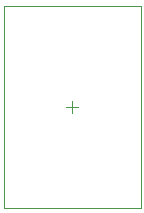
<source format=gbr>
%TF.GenerationSoftware,Altium Limited,Altium Designer,19.1.8 (144)*%
G04 Layer_Color=32896*
%FSLAX26Y26*%
%MOIN*%
%TF.FileFunction,Other,Courtyard_Top*%
%TF.Part,Single*%
G01*
G75*
%TA.AperFunction,NonConductor*%
%ADD50C,0.003937*%
%ADD59C,0.001968*%
D50*
X1453000Y1606315D02*
Y1645685D01*
X1433315Y1626000D02*
X1472685D01*
D59*
X1224653Y1289386D02*
X1681347D01*
X1224653Y1962614D02*
X1681347D01*
X1224653Y1289386D02*
Y1962614D01*
X1681347Y1289386D02*
Y1962614D01*
%TF.MD5,49ddfcdb646b86b600f43124d1b548bc*%
M02*

</source>
